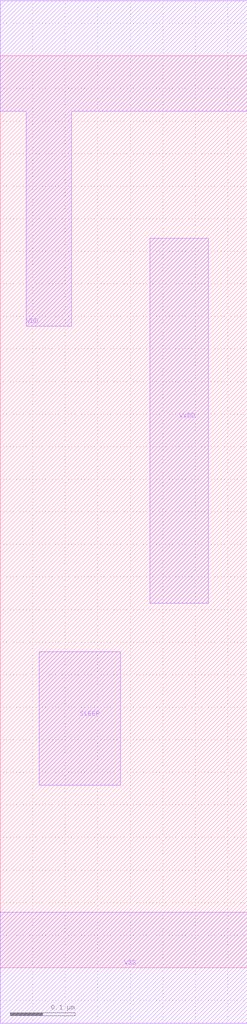
<source format=lef>
# 
# ******************************************************************************
# *                                                                            *
# *                   Copyright (C) 2004-2011, Nangate Inc.                    *
# *                           All rights reserved.                             *
# *                                                                            *
# * Nangate and the Nangate logo are trademarks of Nangate Inc.                *
# *                                                                            *
# * All trademarks, logos, software marks, and trade names (collectively the   *
# * "Marks") in this program are proprietary to Nangate or other respective    *
# * owners that have granted Nangate the right and license to use such Marks.  *
# * You are not permitted to use the Marks without the prior written consent   *
# * of Nangate or such third party that may own the Marks.                     *
# *                                                                            *
# * This file has been provided pursuant to a License Agreement containing     *
# * restrictions on its use. This file contains valuable trade secrets and     *
# * proprietary information of Nangate Inc., and is protected by U.S. and      *
# * international laws and/or treaties.                                        *
# *                                                                            *
# * The copyright notice(s) in this file does not indicate actual or intended  *
# * publication of this file.                                                  *
# *                                                                            *
# *     NGLibraryCreator, v2010.08-HR32-SP3-2010-08-05 - build 1009061800      *
# *                                                                            *
# ******************************************************************************
# 
# 
# Running on server08.nangate.com for user Giancarlo Franciscatto (gfr).
# Local time is now Thu, 6 Jan 2011, 18:10:28.
# Main process id is 3320.

VERSION 5.6 ;
BUSBITCHARS "[]" ;
DIVIDERCHAR "/" ;

MACRO HEADER_X4
  CLASS core ;
  FOREIGN HEADER_X4 0.0 0.0 ;
  ORIGIN 0 0 ;
  SYMMETRY X Y ;
  SITE FreePDK45_38x28_10R_NP_162NW_34O ;
  SIZE 0.38 BY 1.4 ;
  PIN SLEEP
    DIRECTION INPUT ;
    ANTENNAPARTIALMETALAREA 0.025625 LAYER metal1 ;
    ANTENNAPARTIALMETALSIDEAREA 0.0858 LAYER metal1 ;
    ANTENNAGATEAREA 0.027 ;
    PORT
      LAYER metal1 ;
        POLYGON 0.06 0.28 0.185 0.28 0.185 0.485 0.06 0.485  ;
    END
  END SLEEP
  PIN VDD
    DIRECTION INOUT ;
    USE power ;
    SHAPE ABUTMENT ;
    PORT
      LAYER metal1 ;
        POLYGON 0 1.315 0.04 1.315 0.04 0.985 0.11 0.985 0.11 1.315 0.38 1.315 0.38 1.485 0 1.485  ;
    END
  END VDD
  PIN VSS
    DIRECTION INOUT ;
    USE ground ;
    SHAPE ABUTMENT ;
    PORT
      LAYER metal1 ;
        POLYGON 0 -0.085 0.38 -0.085 0.38 0.085 0 0.085  ;
    END
  END VSS
  PIN VVDD
    DIRECTION INOUT ;
    USE power ;
    SHAPE ABUTMENT ;
    PORT
      LAYER metal1 ;
        POLYGON 0.23 0.56 0.32 0.56 0.32 1.12 0.23 1.12  ;
    END
  END VVDD
END HEADER_X4

END LIBRARY
#
# End of file
#

</source>
